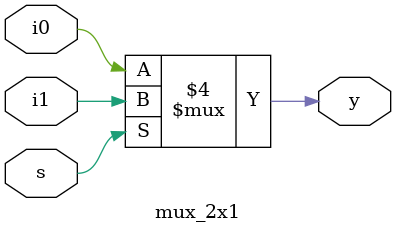
<source format=v>
`timescale 1ns / 1ps

/*module mux_2x1(y,i0,i1,s );
output y;
input i0,i1,s;
	assign y = (~s&i0)|(s&i1);
endmodule*/
module mux_2x1(y,i0,i1,s );
output reg y;
input i0,i1,s;
always @(*)
begin
if(s==1)
y=i1;
else
y=i0;
end
endmodule

</source>
